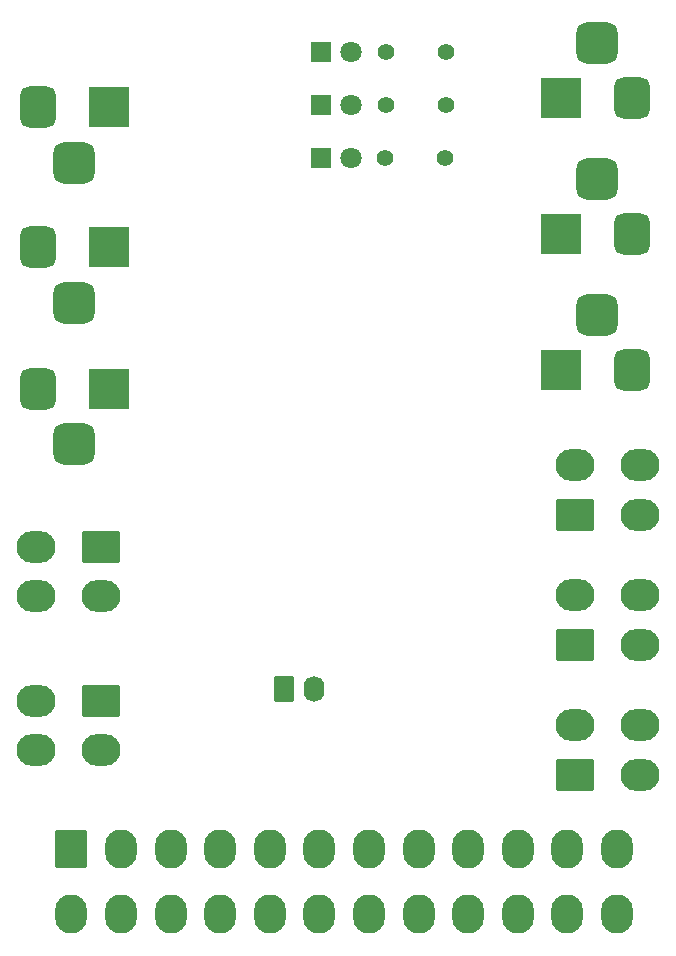
<source format=gbr>
%TF.GenerationSoftware,KiCad,Pcbnew,9.0.5*%
%TF.CreationDate,2026-01-25T07:56:32+10:00*%
%TF.ProjectId,OZ-HORNET-POWER-MAIN,4f5a2d48-4f52-44e4-9554-2d504f574552,rev?*%
%TF.SameCoordinates,Original*%
%TF.FileFunction,Soldermask,Top*%
%TF.FilePolarity,Negative*%
%FSLAX46Y46*%
G04 Gerber Fmt 4.6, Leading zero omitted, Abs format (unit mm)*
G04 Created by KiCad (PCBNEW 9.0.5) date 2026-01-25 07:56:32*
%MOMM*%
%LPD*%
G01*
G04 APERTURE LIST*
G04 Aperture macros list*
%AMRoundRect*
0 Rectangle with rounded corners*
0 $1 Rounding radius*
0 $2 $3 $4 $5 $6 $7 $8 $9 X,Y pos of 4 corners*
0 Add a 4 corners polygon primitive as box body*
4,1,4,$2,$3,$4,$5,$6,$7,$8,$9,$2,$3,0*
0 Add four circle primitives for the rounded corners*
1,1,$1+$1,$2,$3*
1,1,$1+$1,$4,$5*
1,1,$1+$1,$6,$7*
1,1,$1+$1,$8,$9*
0 Add four rect primitives between the rounded corners*
20,1,$1+$1,$2,$3,$4,$5,0*
20,1,$1+$1,$4,$5,$6,$7,0*
20,1,$1+$1,$6,$7,$8,$9,0*
20,1,$1+$1,$8,$9,$2,$3,0*%
G04 Aperture macros list end*
%ADD10R,3.500000X3.500000*%
%ADD11RoundRect,0.750000X0.750000X1.000000X-0.750000X1.000000X-0.750000X-1.000000X0.750000X-1.000000X0*%
%ADD12RoundRect,0.875000X0.875000X0.875000X-0.875000X0.875000X-0.875000X-0.875000X0.875000X-0.875000X0*%
%ADD13R,1.800000X1.800000*%
%ADD14C,1.800000*%
%ADD15RoundRect,0.250001X-1.399999X1.099999X-1.399999X-1.099999X1.399999X-1.099999X1.399999X1.099999X0*%
%ADD16O,3.300000X2.700000*%
%ADD17RoundRect,0.250001X-1.099999X-1.399999X1.099999X-1.399999X1.099999X1.399999X-1.099999X1.399999X0*%
%ADD18O,2.700000X3.300000*%
%ADD19C,1.400000*%
%ADD20RoundRect,0.250001X1.399999X-1.099999X1.399999X1.099999X-1.399999X1.099999X-1.399999X-1.099999X0*%
%ADD21RoundRect,0.750000X-0.750000X-1.000000X0.750000X-1.000000X0.750000X1.000000X-0.750000X1.000000X0*%
%ADD22RoundRect,0.875000X-0.875000X-0.875000X0.875000X-0.875000X0.875000X0.875000X-0.875000X0.875000X0*%
%ADD23RoundRect,0.250000X-0.620000X-0.845000X0.620000X-0.845000X0.620000X0.845000X-0.620000X0.845000X0*%
%ADD24O,1.740000X2.190000*%
G04 APERTURE END LIST*
D10*
%TO.C,J2*%
X109316000Y-43457500D03*
D11*
X115316000Y-43457500D03*
D12*
X112316000Y-38757500D03*
%TD*%
D13*
%TO.C,D1*%
X89000000Y-39500000D03*
D14*
X91540000Y-39500000D03*
%TD*%
D15*
%TO.C,J10*%
X70306000Y-94454000D03*
D16*
X70306000Y-98654000D03*
X64806000Y-94454000D03*
X64806000Y-98654000D03*
%TD*%
D17*
%TO.C,J15*%
X67832000Y-106986000D03*
D18*
X72032000Y-106986000D03*
X76232000Y-106986000D03*
X80432000Y-106986000D03*
X84632000Y-106986000D03*
X88832000Y-106986000D03*
X93032000Y-106986000D03*
X97232000Y-106986000D03*
X101432000Y-106986000D03*
X105632000Y-106986000D03*
X109832000Y-106986000D03*
X114032000Y-106986000D03*
X67832000Y-112486000D03*
X72032000Y-112486000D03*
X76232000Y-112486000D03*
X80432000Y-112486000D03*
X84632000Y-112486000D03*
X88832000Y-112486000D03*
X93032000Y-112486000D03*
X97232000Y-112486000D03*
X101432000Y-112486000D03*
X105632000Y-112486000D03*
X109832000Y-112486000D03*
X114032000Y-112486000D03*
%TD*%
D19*
%TO.C,R3*%
X94420000Y-48500000D03*
X99500000Y-48500000D03*
%TD*%
D15*
%TO.C,J8*%
X70306000Y-81404000D03*
D16*
X70306000Y-85604000D03*
X64806000Y-81404000D03*
X64806000Y-85604000D03*
%TD*%
D20*
%TO.C,J11*%
X110500000Y-89700000D03*
D16*
X110500000Y-85500000D03*
X116000000Y-89700000D03*
X116000000Y-85500000D03*
%TD*%
D19*
%TO.C,R2*%
X94500000Y-44000000D03*
X99580000Y-44000000D03*
%TD*%
D10*
%TO.C,J7*%
X71024000Y-68042500D03*
D21*
X65024000Y-68042500D03*
D22*
X68024000Y-72742500D03*
%TD*%
D23*
%TO.C,J3*%
X85852000Y-93472000D03*
D24*
X88392000Y-93472000D03*
%TD*%
D10*
%TO.C,J1*%
X109316000Y-54957500D03*
D11*
X115316000Y-54957500D03*
D12*
X112316000Y-50257500D03*
%TD*%
D10*
%TO.C,J5*%
X109316000Y-66457500D03*
D11*
X115316000Y-66457500D03*
D12*
X112316000Y-61757500D03*
%TD*%
D19*
%TO.C,R1*%
X94460000Y-39500000D03*
X99540000Y-39500000D03*
%TD*%
D20*
%TO.C,J9*%
X110500000Y-78700000D03*
D16*
X110500000Y-74500000D03*
X116000000Y-78700000D03*
X116000000Y-74500000D03*
%TD*%
D13*
%TO.C,D3*%
X89000000Y-48500000D03*
D14*
X91540000Y-48500000D03*
%TD*%
D10*
%TO.C,J4*%
X71024000Y-56042500D03*
D21*
X65024000Y-56042500D03*
D22*
X68024000Y-60742500D03*
%TD*%
D20*
%TO.C,J12*%
X110500000Y-100700000D03*
D16*
X110500000Y-96500000D03*
X116000000Y-100700000D03*
X116000000Y-96500000D03*
%TD*%
D13*
%TO.C,D2*%
X89000000Y-44000000D03*
D14*
X91540000Y-44000000D03*
%TD*%
D10*
%TO.C,J6*%
X71024000Y-44196000D03*
D21*
X65024000Y-44196000D03*
D22*
X68024000Y-48896000D03*
%TD*%
M02*

</source>
